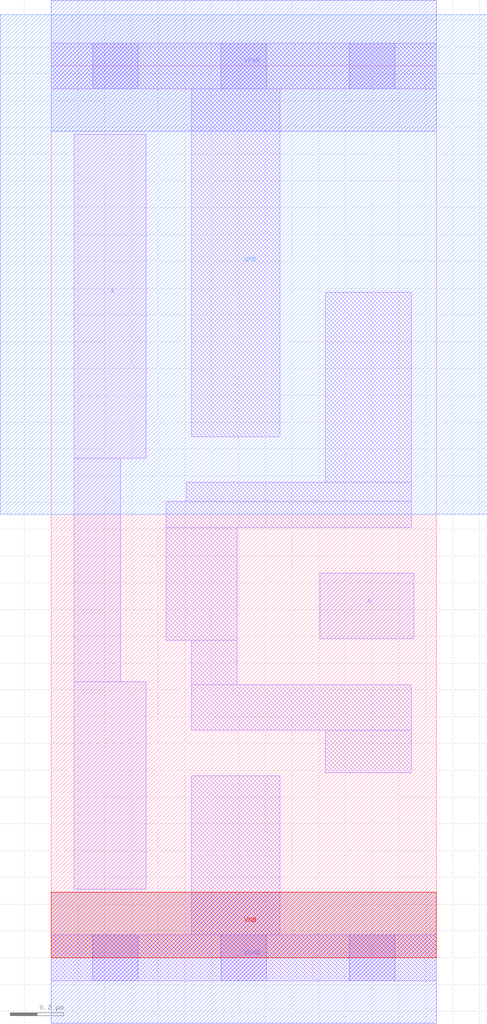
<source format=lef>
# Copyright 2020 The SkyWater PDK Authors
#
# Licensed under the Apache License, Version 2.0 (the "License");
# you may not use this file except in compliance with the License.
# You may obtain a copy of the License at
#
#     https://www.apache.org/licenses/LICENSE-2.0
#
# Unless required by applicable law or agreed to in writing, software
# distributed under the License is distributed on an "AS IS" BASIS,
# WITHOUT WARRANTIES OR CONDITIONS OF ANY KIND, either express or implied.
# See the License for the specific language governing permissions and
# limitations under the License.
#
# SPDX-License-Identifier: Apache-2.0

VERSION 5.7 ;
  NOWIREEXTENSIONATPIN ON ;
  DIVIDERCHAR "/" ;
  BUSBITCHARS "[]" ;
MACRO sky130_fd_sc_lp__busreceiver_1
  CLASS CORE ;
  FOREIGN sky130_fd_sc_lp__busreceiver_1 ;
  ORIGIN  0.000000  0.000000 ;
  SIZE  1.440000 BY  3.330000 ;
  SYMMETRY X Y ;
  SITE unit ;
  PIN A
    ANTENNAGATEAREA  0.159000 ;
    DIRECTION INPUT ;
    USE SIGNAL ;
    PORT
      LAYER li1 ;
        RECT 1.005000 1.190000 1.355000 1.435000 ;
    END
  END A
  PIN X
    ANTENNADIFFAREA  0.556500 ;
    DIRECTION OUTPUT ;
    USE SIGNAL ;
    PORT
      LAYER li1 ;
        RECT 0.085000 0.255000 0.355000 1.030000 ;
        RECT 0.085000 1.030000 0.260000 1.865000 ;
        RECT 0.085000 1.865000 0.355000 3.075000 ;
    END
  END X
  PIN VGND
    DIRECTION INOUT ;
    USE GROUND ;
    PORT
      LAYER met1 ;
        RECT 0.000000 -0.245000 1.440000 0.245000 ;
    END
  END VGND
  PIN VNB
    DIRECTION INOUT ;
    USE GROUND ;
    PORT
      LAYER pwell ;
        RECT 0.000000 0.000000 1.440000 0.245000 ;
    END
  END VNB
  PIN VPB
    DIRECTION INOUT ;
    USE POWER ;
    PORT
      LAYER nwell ;
        RECT -0.190000 1.655000 1.630000 3.520000 ;
    END
  END VPB
  PIN VPWR
    DIRECTION INOUT ;
    USE POWER ;
    PORT
      LAYER met1 ;
        RECT 0.000000 3.085000 1.440000 3.575000 ;
    END
  END VPWR
  OBS
    LAYER li1 ;
      RECT 0.000000 -0.085000 1.440000 0.085000 ;
      RECT 0.000000  3.245000 1.440000 3.415000 ;
      RECT 0.430000  1.185000 0.695000 1.605000 ;
      RECT 0.430000  1.605000 1.345000 1.705000 ;
      RECT 0.505000  1.705000 1.345000 1.775000 ;
      RECT 0.525000  0.085000 0.855000 0.680000 ;
      RECT 0.525000  0.850000 1.345000 1.020000 ;
      RECT 0.525000  1.020000 0.695000 1.185000 ;
      RECT 0.525000  1.945000 0.855000 3.245000 ;
      RECT 1.025000  0.690000 1.345000 0.850000 ;
      RECT 1.025000  1.775000 1.345000 2.485000 ;
    LAYER mcon ;
      RECT 0.155000 -0.085000 0.325000 0.085000 ;
      RECT 0.155000  3.245000 0.325000 3.415000 ;
      RECT 0.635000 -0.085000 0.805000 0.085000 ;
      RECT 0.635000  3.245000 0.805000 3.415000 ;
      RECT 1.115000 -0.085000 1.285000 0.085000 ;
      RECT 1.115000  3.245000 1.285000 3.415000 ;
  END
END sky130_fd_sc_lp__busreceiver_1
END LIBRARY

</source>
